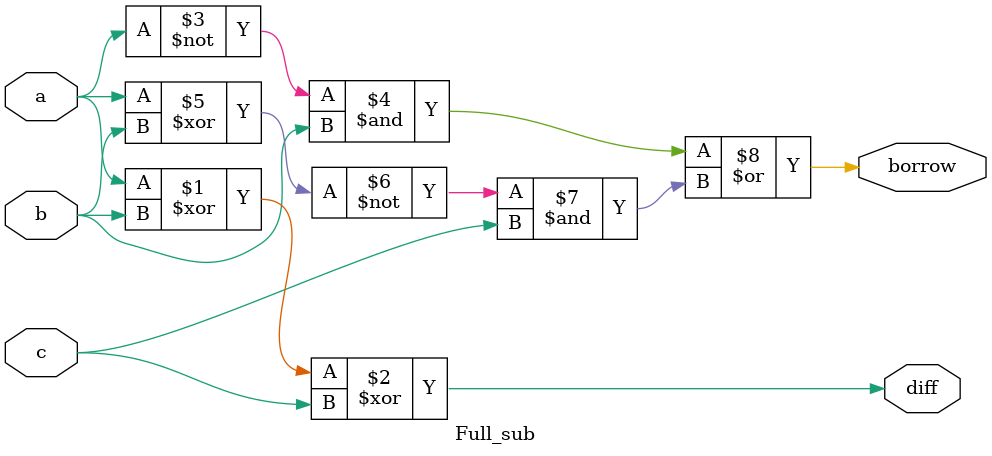
<source format=v>
module Full_sub (
    input  wire a,
	 input  wire b,
	 input  wire c,
    output wire diff, borrow     
);

   
    assign diff   = a ^ b ^ c;                  
    assign borrow = (~a & b) | (~(a ^ b) & c);  

endmodule

</source>
